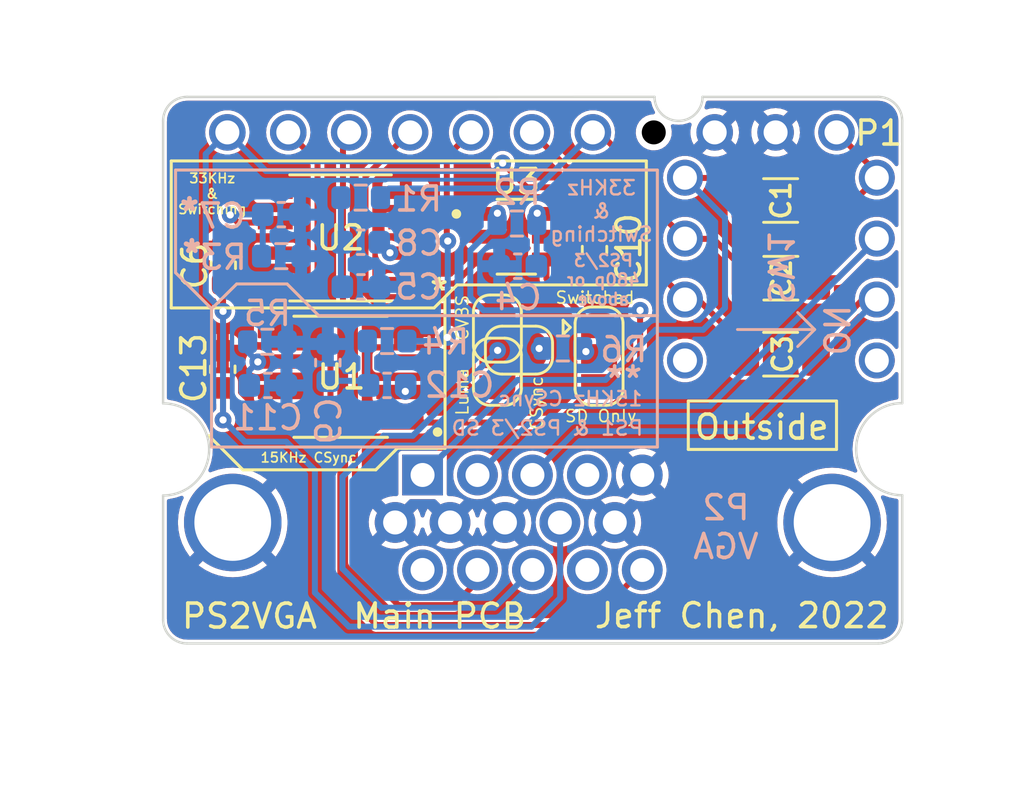
<source format=kicad_pcb>
(kicad_pcb (version 20211014) (generator pcbnew)
  (title_block (rev "1"))
  (layers (0 "F.Cu" signal "Front") (31 "B.Cu" signal "Back") (34 "B.Paste" user) (35 "F.Paste" user) (36 "B.SilkS" user "B.Silkscreen") (37 "F.SilkS" user "F.Silkscreen") (38 "B.Mask" user) (39 "F.Mask" user) (44 "Edge.Cuts" user))
  (net 0 "")
  (net 1 "Red")
  (net 2 "Red_Switched")
  (net 3 "Green")
  (net 4 "Green_Switched")
  (net 5 "Blue")
  (net 6 "Blue_Switched")
  (net 7 "15K_CSync")
  (net 8 "GND")
  (net 9 "Net-(C5-Pad1)")
  (net 10 "+5V")
  (net 11 "Net-(C7-Pad1)")
  (net 12 "Net-(C8-Pad2)")
  (net 13 "Net-(C12-Pad1)")
  (net 14 "Net-(C11-Pad1)")
  (net 15 "Net-(C12-Pad2)")
  (net 16 "Net-(JP1-Pad2)")
  (net 17 "Switched_CSync")
  (net 18 "Net-(JP2-Pad1)")
  (net 19 "Luma")
  (net 20 "CVBS")
  (net 21 "Audio_L_Decoupled")
  (net 22 "Audio_R_Decoupled")
  (net 25 "Selected_Sync")
  (net 27 "Net-(C4-Pad1)")
  (net 33 "33K_CSync")
  (footprint "Jumper:SolderJumper-3_P1.3mm_Open_RoundedPad1.0x1.5mm" (layer "F.Cu") (at 145.31 108.44 -90)
    (fp_text reference "JP1")
    (fp_text value "15KHz / Switched Sync" hide)
    (fp_line (start 1.4 1) (end -1.4 1) (layer "F.SilkS") (width 0.12))
    (fp_line (start -2.05 0.3) (end -2.05 -0.3) (layer "F.SilkS") (width 0.12))
    (fp_line (start -1.5 1.5) (end -0.9 1.5) (layer "F.SilkS") (width 0.12))
    (fp_line (start -1.4 -1) (end 1.4 -1) (layer "F.SilkS") (width 0.12))
    (fp_line (start -1.2 1.2) (end -0.9 1.5) (layer "F.SilkS") (width 0.12))
    (fp_line (start -1.2 1.2) (end -1.5 1.5) (layer "F.SilkS") (width 0.12))
    (fp_line (start 2.05 -0.3) (end 2.05 0.3) (layer "F.SilkS") (width 0.12))
    (fp_arc (start -1.35 1) (mid -1.844975 0.794975) (end -2.05 0.3) (layer "F.SilkS") (width 0.12))
    (fp_arc (start -2.05 -0.3) (mid -1.844975 -0.794975) (end -1.35 -1) (layer "F.SilkS") (width 0.12))
    (fp_arc (start 1.35 -1) (mid 1.844975 -0.794975) (end 2.05 -0.3) (layer "F.SilkS") (width 0.12))
    (fp_arc (start 2.05 0.3) (mid 1.844975 0.794975) (end 1.35 1) (layer "F.SilkS") (width 0.12))
    (pad "1" smd custom (at -1.3 0 270) (size 1 0.5) (layers "F.Cu" "F.Mask") (net 17 "Switched_CSync") (options (clearance outline) (anchor rect)) (primitives (gr_circle (center 0 0.25) (end 0.5 0.25) (width 0) (fill yes)) (gr_circle (center 0 -0.25) (end 0.5 -0.25) (width 0) (fill yes)) (gr_poly (pts (xy 0.55 0.75) (xy 0 0.75) (xy 0 -0.75) (xy 0.55 -0.75)) (width 0) (fill yes))))
    (pad "2" smd rect (at 0 0 270) (size 1 1.5) (layers "F.Cu" "F.Mask") (net 16 "Net-(JP1-Pad2)"))
    (pad "3" smd custom (at 1.3 0 270) (size 1 0.5) (layers "F.Cu" "F.Mask") (net 7 "15K_CSync") (options (clearance outline) (anchor rect)) (primitives (gr_circle (center 0 0.25) (end 0.5 0.25) (width 0) (fill yes)) (gr_circle (center 0 -0.25) (end 0.5 -0.25) (width 0) (fill yes)) (gr_poly (pts (xy 0 0.75) (xy -0.55 0.75) (xy -0.55 -0.75) (xy 0 -0.75)) (width 0) (fill yes))))
  )
  (footprint "Capacitor_SMD:C_0603_1608Metric" (layer "F.Cu") (at 145.12 104 -90)
    (fp_text reference "C10" (at -0.06 -1.43 90) (layer "F.SilkS"))
    (fp_text value "0.1uF")
    (fp_line (start -0.14058 0.51) (end 0.14058 0.51) (layer "F.SilkS") (width 0.12))
    (fp_line (start -0.14058 -0.51) (end 0.14058 -0.51) (layer "F.SilkS") (width 0.12))
    (pad "1" smd roundrect (at -0.775 0 270) (size 0.9 0.95) (layers "F.Cu" "F.Paste" "F.Mask") (net 10 "+5V"))
    (pad "2" smd roundrect (at 0.775 0 270) (size 0.9 0.95) (layers "F.Cu" "F.Paste" "F.Mask") (net 8 "GND"))
  )
  (footprint "PS2VGA:RD" (layer "F.Cu") (at 150.29 115.44)
    (fp_text reference "G***" hide)
    (fp_text value "LOGO" hide)
  )
  (footprint "Capacitor_SMD:C_1206_3216Metric" (layer "F.Cu") (at 152.89 105.19)
    (fp_text reference "C2" (at 0.03 0 90) (layer "F.SilkS") (effects (font (size 0.8 0.8))))
    (fp_text value "220uF")
    (fp_line (start -0.711252 0.91) (end 0.711252 0.91) (layer "F.SilkS") (width 0.12))
    (fp_line (start -0.711252 -0.91) (end 0.711252 -0.91) (layer "F.SilkS") (width 0.12))
    (pad "1" smd roundrect (at -1.475 0) (size 1.15 1.8) (layers "F.Cu" "F.Paste" "F.Mask") (roundrect_rratio 0.217391) (net 3 "Green"))
    (pad "2" smd roundrect (at 1.475 0) (size 1.15 1.8) (layers "F.Cu" "F.Paste" "F.Mask") (roundrect_rratio 0.217391) (net 4 "Green_Switched"))
  )
  (footprint "Jumper:SolderJumper-2_P1.3mm_Open_RoundedPad1.0x1.5mm" (layer "F.Cu") (at 141.07 109.09 90)
    (fp_text reference "JP3")
    (fp_text value "Luma")
    (fp_line (start 1.4 -0.3) (end 1.4 0.3) (layer "F.SilkS") (width 0.12))
    (fp_line (start 0.7 1) (end -0.7 1) (layer "F.SilkS") (width 0.12))
    (fp_line (start -0.7 -1) (end 0.7 -1) (layer "F.SilkS") (width 0.12))
    (fp_line (start -1.4 0.3) (end -1.4 -0.3) (layer "F.SilkS") (width 0.12))
    (fp_arc (start -0.7 1) (mid -1.194975 0.794975) (end -1.4 0.3) (layer "F.SilkS") (width 0.12))
    (fp_arc (start -1.4 -0.3) (mid -1.194975 -0.794975) (end -0.7 -1) (layer "F.SilkS") (width 0.12))
    (fp_arc (start 1.4 0.3) (mid 1.194975 0.794975) (end 0.7 1) (layer "F.SilkS") (width 0.12))
    (fp_arc (start 0.7 -1) (mid 1.194975 -0.794975) (end 1.4 -0.3) (layer "F.SilkS") (width 0.12))
    (pad "1" smd custom (at -0.65 0 90) (size 1 0.5) (layers "F.Cu" "F.Mask") (net 19 "Luma") (options (clearance outline) (anchor rect)) (primitives (gr_circle (center 0 0.25) (end 0.5 0.25) (width 0) (fill yes)) (gr_circle (center 0 -0.25) (end 0.5 -0.25) (width 0) (fill yes)) (gr_poly (pts (xy 0.5 0.75) (xy 0 0.75) (xy 0 -0.75) (xy 0.5 -0.75)) (width 0) (fill yes))))
    (pad "2" smd custom (at 0.65 0 90) (size 1 0.5) (layers "F.Cu" "F.Mask") (net 25 "Selected_Sync") (options (clearance outline) (anchor rect)) (primitives (gr_circle (center 0 0.25) (end 0.5 0.25) (width 0) (fill yes)) (gr_circle (center 0 -0.25) (end 0.5 -0.25) (width 0) (fill yes)) (gr_poly (pts (xy 0 0.75) (xy -0.5 0.75) (xy -0.5 -0.75) (xy 0 -0.75)) (width 0) (fill yes))))
  )
  (footprint "Capacitor_SMD:C_1206_3216Metric" (layer "F.Cu") (at 152.88 108.36)
    (fp_text reference "C3" (at 0.08 0 90) (layer "F.SilkS") (effects (font (size 0.8 0.8))))
    (fp_text value "220uF")
    (fp_line (start -0.711252 -0.91) (end 0.711252 -0.91) (layer "F.SilkS") (width 0.12))
    (fp_line (start -0.711252 0.91) (end 0.711252 0.91) (layer "F.SilkS") (width 0.12))
    (pad "1" smd roundrect (at -1.475 0) (size 1.15 1.8) (layers "F.Cu" "F.Paste" "F.Mask") (roundrect_rratio 0.217391) (net 5 "Blue"))
    (pad "2" smd roundrect (at 1.475 0) (size 1.15 1.8) (layers "F.Cu" "F.Paste" "F.Mask") (roundrect_rratio 0.217391) (net 6 "Blue_Switched"))
  )
  (footprint "Capacitor_SMD:C_0603_1608Metric" (layer "F.Cu") (at 129.62 108.99 90)
    (fp_text reference "C13" (at 0.05 -1.21 90) (layer "F.SilkS"))
    (fp_text value "0.1uF")
    (fp_line (start -0.14058 -0.51) (end 0.14058 -0.51) (layer "F.SilkS") (width 0.12))
    (fp_line (start -0.14058 0.51) (end 0.14058 0.51) (layer "F.SilkS") (width 0.12))
    (pad "1" smd roundrect (at -0.775 0 90) (size 0.9 0.95) (layers "F.Cu" "F.Paste" "F.Mask") (net 10 "+5V"))
    (pad "2" smd roundrect (at 0.775 0 90) (size 0.9 0.95) (layers "F.Cu" "F.Paste" "F.Mask") (net 8 "GND"))
  )
  (footprint "Jumper:SolderJumper-2_P1.3mm_Open_RoundedPad1.0x1.5mm" (layer "F.Cu") (at 141.97 108.19 180)
    (fp_text reference "JP2")
    (fp_text value "CSync")
    (fp_line (start 1.4 -0.3) (end 1.4 0.3) (layer "F.SilkS") (width 0.12))
    (fp_line (start -0.7 -1) (end 0.7 -1) (layer "F.SilkS") (width 0.12))
    (fp_line (start -1.4 0.3) (end -1.4 -0.3) (layer "F.SilkS") (width 0.12))
    (fp_line (start 0.7 1) (end -0.7 1) (layer "F.SilkS") (width 0.12))
    (fp_arc (start -1.4 -0.3) (mid -1.194975 -0.794975) (end -0.7 -1) (layer "F.SilkS") (width 0.12))
    (fp_arc (start -0.7 1) (mid -1.194975 0.794975) (end -1.4 0.3) (layer "F.SilkS") (width 0.12))
    (fp_arc (start 0.7 -1) (mid 1.194975 -0.794975) (end 1.4 -0.3) (layer "F.SilkS") (width 0.12))
    (fp_arc (start 1.4 0.3) (mid 1.194975 0.794975) (end 0.7 1) (layer "F.SilkS") (width 0.12))
    (pad "1" smd custom (at -0.65 0 180) (size 1 0.5) (layers "F.Cu" "F.Mask") (net 18 "Net-(JP2-Pad1)") (options (clearance outline) (anchor rect)) (primitives (gr_circle (center 0 0.25) (end 0.5 0.25) (width 0) (fill yes)) (gr_circle (center 0 -0.25) (end 0.5 -0.25) (width 0) (fill yes)) (gr_poly (pts (xy 0.5 0.75) (xy 0 0.75) (xy 0 -0.75) (xy 0.5 -0.75)) (width 0) (fill yes))))
    (pad "2" smd custom (at 0.65 0 180) (size 1 0.5) (layers "F.Cu" "F.Mask") (net 25 "Selected_Sync") (options (clearance outline) (anchor rect)) (primitives (gr_circle (center 0 0.25) (end 0.5 0.25) (width 0) (fill yes)) (gr_circle (center 0 -0.25) (end 0.5 -0.25) (width 0) (fill yes)) (gr_poly (pts (xy 0 0.75) (xy -0.5 0.75) (xy -0.5 -0.75) (xy 0 -0.75)) (width 0) (fill yes))))
  )
  (footprint "Capacitor_SMD:C_1206_3216Metric" (layer "F.Cu") (at 152.88 101.95)
    (fp_text reference "C1" (at 0.02 0 90) (layer "F.SilkS") (effects (font (size 0.8 0.8))))
    (fp_text value "220uF")
    (fp_line (start -0.711252 0.91) (end 0.711252 0.91) (layer "F.SilkS") (width 0.12))
    (fp_line (start -0.711252 -0.91) (end 0.711252 -0.91) (layer "F.SilkS") (width 0.12))
    (pad "1" smd roundrect (at -1.475 0) (size 1.15 1.8) (layers "F.Cu" "F.Paste" "F.Mask") (roundrect_rratio 0.217391) (net 2 "Red_Switched"))
    (pad "2" smd roundrect (at 1.475 0) (size 1.15 1.8) (layers "F.Cu" "F.Paste" "F.Mask") (roundrect_rratio 0.217391) (net 1 "Red"))
  )
  (footprint "PS2VGA:SN74LVC1G3157DBVR" (layer "F.Cu") (at 141.86 103.46)
    (fp_text reference "U3" (at -0.01 -2.3) (layer "F.SilkS"))
    (fp_text value "SN74LVC1G3157DBVR")
    (fp_line (start -0.8 1.56) (end 0.8 1.56) (layer "F.SilkS") (width 0.127))
    (fp_line (start 0.8 -1.56) (end -0.8 -1.56) (layer "F.SilkS") (width 0.127))
    (fp_circle (center -2.5 -0.95) (end -2.4 -0.95) (layer "F.SilkS") (width 0.2) (fill none))
    (pad "1" smd roundrect (at -1.255 -0.95) (size 1.21 0.58) (layers "F.Cu" "F.Paste" "F.Mask") (roundrect_rratio 0.07) (net 7 "15K_CSync"))
    (pad "2" smd roundrect (at -1.255 0) (size 1.21 0.58) (layers "F.Cu" "F.Paste" "F.Mask") (roundrect_rratio 0.07) (net 8 "GND"))
    (pad "3" smd roundrect (at -1.255 0.95) (size 1.21 0.58) (layers "F.Cu" "F.Paste" "F.Mask") (roundrect_rratio 0.07) (net 33 "33K_CSync"))
    (pad "4" smd roundrect (at 1.255 0.95) (size 1.21 0.58) (layers "F.Cu" "F.Paste" "F.Mask") (roundrect_rratio 0.07) (net 17 "Switched_CSync"))
    (pad "5" smd roundrect (at 1.255 0) (size 1.21 0.58) (layers "F.Cu" "F.Paste" "F.Mask") (roundrect_rratio 0.07) (net 10 "+5V"))
    (pad "6" smd roundrect (at 1.255 -0.95) (size 1.21 0.58) (layers "F.Cu" "F.Paste" "F.Mask") (roundrect_rratio 0.07) (net 27 "Net-(C4-Pad1)"))
  )
  (footprint "Capacitor_SMD:C_0603_1608Metric" (layer "F.Cu") (at 129.64 104.65 90)
    (fp_text reference "C6" (at -0.03 -1.19 90) (layer "F.SilkS"))
    (fp_text value "0.1uF")
    (fp_line (start -0.14058 0.51) (end 0.14058 0.51) (layer "F.SilkS") (width 0.12))
    (fp_line (start -0.14058 -0.51) (end 0.14058 -0.51) (layer "F.SilkS") (width 0.12))
    (pad "1" smd roundrect (at -0.775 0 90) (size 0.9 0.95) (layers "F.Cu" "F.Paste" "F.Mask") (net 10 "+5V"))
    (pad "2" smd roundrect (at 0.775 0 90) (size 0.9 0.95) (layers "F.Cu" "F.Paste" "F.Mask") (net 8 "GND"))
  )
  (footprint "PS2VGA:LM1881" (layer "F.Cu") (at 134.535 109.3 180)
    (fp_text reference locked "U1" (at -0.03 -0.01) (layer "F.SilkS"))
    (fp_text value "LM1881M")
    (fp_line (start -1.95 -2.525) (end 1.95 -2.525) (layer "F.SilkS") (width 0.127))
    (fp_line (start -1.95 2.525) (end 1.95 2.525) (layer "F.SilkS") (width 0.127))
    (fp_circle (center -4.04 -2.305) (end -3.94 -2.305) (layer "F.SilkS") (width 0.2) (fill none))
    (pad "1" smd roundrect (at -2.47 -1.905 180) (size 1.97 0.6) (layers "F.Cu" "F.Paste" "F.Mask") (roundrect_rratio 0.07) (net 7 "15K_CSync"))
    (pad "2" smd roundrect (at -2.47 -0.635 180) (size 1.97 0.6) (layers "F.Cu" "F.Paste" "F.Mask") (roundrect_rratio 0.07) (net 15 "Net-(C12-Pad2)"))
    (pad "3" smd roundrect (at -2.47 0.635 180) (size 1.97 0.6) (layers "F.Cu" "F.Paste" "F.Mask") (roundrect_rratio 0.07))
    (pad "4" smd roundrect (at -2.47 1.905 180) (size 1.97 0.6) (layers "F.Cu" "F.Paste" "F.Mask") (roundrect_rratio 0.07) (net 8 "GND"))
    (pad "5" smd roundrect (at 2.47 1.905 180) (size 1.97 0.6) (layers "F.Cu" "F.Paste" "F.Mask") (roundrect_rratio 0.07))
    (pad "6" smd roundrect (at 2.47 0.635 180) (size 1.97 0.6) (layers "F.Cu" "F.Paste" "F.Mask") (roundrect_rratio 0.07) (net 14 "Net-(C11-Pad1)"))
    (pad "7" smd roundrect (at 2.47 -0.635 180) (size 1.97 0.6) (layers "F.Cu" "F.Paste" "F.Mask") (roundrect_rratio 0.07))
    (pad "8" smd roundrect (at 2.47 -1.905 180) (size 1.97 0.6) (layers "F.Cu" "F.Paste" "F.Mask") (roundrect_rratio 0.07) (net 10 "+5V"))
  )
  (footprint "Jumper:SolderJumper-2_P1.3mm_Open_RoundedPad1.0x1.5mm" (layer "F.Cu") (at 141.07 107.29 -90)
    (fp_text reference "JP4")
    (fp_text value "CVBS")
    (fp_line (start 0.7 1) (end -0.7 1) (layer "F.SilkS") (width 0.12))
    (fp_line (start 1.4 -0.3) (end 1.4 0.3) (layer "F.SilkS") (width 0.12))
    (fp_line (start -1.4 0.3) (end -1.4 -0.3) (layer "F.SilkS") (width 0.12))
    (fp_line (start -0.7 -1) (end 0.7 -1) (layer "F.SilkS") (width 0.12))
    (fp_arc (start 1.4 0.3) (mid 1.194975 0.794975) (end 0.7 1) (layer "F.SilkS") (width 0.12))
    (fp_arc (start -0.7 1) (mid -1.194975 0.794975) (end -1.4 0.3) (layer "F.SilkS") (width 0.12))
    (fp_arc (start 0.7 -1) (mid 1.194975 -0.794975) (end 1.4 -0.3) (layer "F.SilkS") (width 0.12))
    (fp_arc (start -1.4 -0.3) (mid -1.194975 -0.794975) (end -0.7 -1) (layer "F.SilkS") (width 0.12))
    (pad "1" smd custom (at -0.65 0 270) (size 1 0.5) (layers "F.Cu" "F.Mask") (net 20 "CVBS") (options (clearance outline) (anchor rect)) (primitives (gr_circle (center 0 0.25) (end 0.5 0.25) (width 0) (fill yes)) (gr_circle (center 0 -0.25) (end 0.5 -0.25) (width 0) (fill yes)) (gr_poly (pts (xy 0.5 0.75) (xy 0 0.75) (xy 0 -0.75) (xy 0.5 -0.75)) (width 0) (fill yes))))
    (pad "2" smd custom (at 0.65 0 270) (size 1 0.5) (layers "F.Cu" "F.Mask") (net 25 "Selected_Sync") (options (clearance outline) (anchor rect)) (primitives (gr_circle (center 0 0.25) (end 0.5 0.25) (width 0) (fill yes)) (gr_circle (center 0 -0.25) (end 0.5 -0.25) (width 0) (fill yes)) (gr_poly (pts (xy 0 0.75) (xy -0.5 0.75) (xy -0.5 -0.75) (xy 0 -0.75)) (width 0) (fill yes))))
  )
  (footprint "PS2VGA:ISL59885ISZ-ND" (layer "F.Cu") (at 134.53 103.51 180)
    (fp_text reference "U2" (at 0 0) (layer "F.SilkS"))
    (fp_text value "ISL59885ISZ or 2nd LM1881" hide)
    (fp_text user "*" (at -4.11 -2.24 180) (layer "F.SilkS"))
    (fp_line (start -2.1209 2.6289) (end 2.1209 2.6289) (layer "F.SilkS") (width 0.12))
    (fp_line (start 2.1209 -2.6289) (end -2.1209 -2.6289) (layer "F.SilkS") (width 0.12))
    (pad "1" smd rect (at -2.721348 -1.905 180) (size 1.454899 0.558) (layers "F.Cu" "F.Paste" "F.Mask") (net 33 "33K_CSync"))
    (pad "2" smd rect (at -2.721348 -0.635 180) (size 1.454899 0.558) (layers "F.Cu" "F.Paste" "F.Mask") (net 12 "Net-(C8-Pad2)"))
    (pad "3" smd rect (at -2.721348 0.635 180) (size 1.454899 0.558) (layers "F.Cu" "F.Paste" "F.Mask"))
    (pad "4" smd rect (at -2.721348 1.905 180) (size 1.454899 0.558) (layers "F.Cu" "F.Paste" "F.Mask") (net 8 "GND"))
    (pad "5" smd rect (at 2.721348 1.905 180) (size 1.454899 0.558) (layers "F.Cu" "F.Paste" "F.Mask"))
    (pad "6" smd rect (at 2.721348 0.635 180) (size 1.454899 0.558) (layers "F.Cu" "F.Paste" "F.Mask") (net 11 "Net-(C7-Pad1)"))
    (pad "7" smd rect (at 2.721348 -0.635 180) (size 1.454899 0.558) (layers "F.Cu" "F.Paste" "F.Mask"))
    (pad "8" smd rect (at 2.721348 -1.905 180) (size 1.454899 0.558) (layers "F.Cu" "F.Paste" "F.Mask") (net 10 "+5V"))
  )
  (footprint "PS2VGA:Interconnection" (layer "F.Cu") (at 155.21 99.11 180)
    (fp_text reference "P1" (at -1.76 -0.03 unlocked) (layer "F.SilkS"))
    (fp_text value "Interconnection")
    (pad "" np_thru_hole circle locked (at 7.62 0 180) (size 1.2 1.2) (drill 1) (layers *.Mask))
    (pad "1" thru_hole circle locked (at 0 0 180) (size 1.524 1.524) (drill 1) (layers *.Cu *.Mask) (net 1 "Red"))
    (pad "2" thru_hole circle locked (at 10.16 0 180) (size 1.524 1.524) (drill 1) (layers *.Cu *.Mask) (net 3 "Green"))
    (pad "3" thru_hole circle locked (at 12.7 0 180) (size 1.524 1.524) (drill 1) (layers *.Cu *.Mask) (net 5 "Blue"))
    (pad "4" thru_hole circle locked (at 15.24 0 180) (size 1.524 1.524) (drill 1) (layers *.Cu *.Mask) (net 19 "Luma"))
    (pad "5" thru_hole circle locked (at 17.78 0 180) (size 1.524 1.524) (drill 1) (layers *.Cu *.Mask) (net 20 "CVBS"))
    (pad "6" thru_hole circle locked (at 20.32 0 180) (size 1.524 1.524) (drill 1) (layers *.Cu *.Mask) (net 21 "Audio_L_Decoupled"))
    (pad "7" thru_hole circle locked (at 22.86 0 180) (size 1.524 1.524) (drill 1) (layers *.Cu *.Mask) (net 22 "Audio_R_Decoupled"))
    (pad "8" thru_hole circle locked (at 25.4 0 180) (size 1.524 1.524) (drill 1) (layers *.Cu *.Mask) (net 10 "+5V"))
    (pad "9" thru_hole circle locked (at 2.54 0 180) (size 1.524 1.524) (drill 1) (layers *.Cu *.Mask) (net 8 "GND"))
    (pad "10" thru_hole circle locked (at 5.08 0 180) (size 1.524 1.524) (drill 1) (layers *.Cu *.Mask) (net 8 "GND"))
  )
  (footprint "PS2VGA:Main_PCB_Outline" (layer "F.Cu") (at 142.525 109.025)
    (fp_text reference "G***" hide)
    (fp_text value "LOGO" hide)
  )
  (footprint "Resistor_SMD:R_0603_1608Metric" (layer "B.Cu") (at 135.37 101.83 180)
    (fp_text reference "R1" (at -2.41 -0.06) (layer "B.SilkS") (effects (justify mirror)))
    (fp_text value "100")
    (fp_line (start -0.237258 -0.5225) (end 0.237258 -0.5225) (layer "B.SilkS") (width 0.12))
    (fp_line (start -0.237258 0.5225) (end 0.237258 0.5225) (layer "B.SilkS") (width 0.12))
    (pad "1" smd roundrect (at -0.825 0 180) (size 0.8 0.95) (layers "B.Cu" "B.Paste" "B.Mask") (net 3 "Green"))
    (pad "2" smd roundrect (at 0.825 0 180) (size 0.8 0.95) (layers "B.Cu" "B.Paste" "B.Mask") (net 9 "Net-(C5-Pad1)"))
  )
  (footprint "Capacitor_SMD:C_0603_1608Metric" (layer "B.Cu") (at 135.38 105.55)
    (fp_text reference "C5" (at 2.41 0.01) (layer "B.SilkS") (effects (justify mirror)))
    (fp_text value "100pF")
    (fp_line (start -0.14058 -0.51) (end 0.14058 -0.51) (layer "B.SilkS") (width 0.12))
    (fp_line (start -0.14058 0.51) (end 0.14058 0.51) (layer "B.SilkS") (width 0.12))
    (pad "1" smd roundrect (at -0.775 0) (size 0.9 0.95) (layers "B.Cu" "B.Paste" "B.Mask") (net 9 "Net-(C5-Pad1)"))
    (pad "2" smd roundrect (at 0.775 0) (size 0.9 0.95) (layers "B.Cu" "B.Paste" "B.Mask") (net 8 "GND"))
  )
  (footprint "Capacitor_SMD:C_0603_1608Metric" (layer "B.Cu") (at 135.37 103.69)
    (fp_text reference "C8" (at 2.44 0.04) (layer "B.SilkS") (effects (justify mirror)))
    (fp_text value "0.1uF")
    (fp_line (start -0.14058 0.51) (end 0.14058 0.51) (layer "B.SilkS") (width 0.12))
    (fp_line (start -0.14058 -0.51) (end 0.14058 -0.51) (layer "B.SilkS") (width 0.12))
    (pad "1" smd roundrect (at -0.775 0) (size 0.9 0.95) (layers "B.Cu" "B.Paste" "B.Mask") (net 9 "Net-(C5-Pad1)"))
    (pad "2" smd roundrect (at 0.775 0) (size 0.9 0.95) (layers "B.Cu" "B.Paste" "B.Mask") (net 12 "Net-(C8-Pad2)"))
  )
  (footprint "Resistor_SMD:R_0603_1608Metric" (layer "B.Cu") (at 132.06 104.27 180)
    (fp_text reference "R3" (at 2.42 -0.05) (layer "B.SilkS") (effects (justify mirror)))
    (fp_text value "680K for 2nd LM1881")
    (fp_line (start -0.237258 -0.5225) (end 0.237258 -0.5225) (layer "B.SilkS") (width 0.12))
    (fp_line (start -0.237258 0.5225) (end 0.237258 0.5225) (layer "B.SilkS") (width 0.12))
    (pad "1" smd roundrect (at -0.825 0 180) (size 0.8 0.95) (layers "B.Cu" "B.Paste" "B.Mask") (net 8 "GND"))
    (pad "2" smd roundrect (at 0.825 0 180) (size 0.8 0.95) (layers "B.Cu" "B.Paste" "B.Mask") (net 11 "Net-(C7-Pad1)"))
  )
  (footprint "Resistor_SMD:R_0603_1608Metric" (layer "B.Cu") (at 131.48 107.84 180)
    (fp_text reference "R5" (at 0 1.18) (layer "B.SilkS") (effects (justify mirror)))
    (fp_text value "680K")
    (fp_line (start -0.237258 -0.5225) (end 0.237258 -0.5225) (layer "B.SilkS") (width 0.12))
    (fp_line (start -0.237258 0.5225) (end 0.237258 0.5225) (layer "B.SilkS") (width 0.12))
    (pad "1" smd roundrect (at -0.825 0 180) (size 0.8 0.95) (layers "B.Cu" "B.Paste" "B.Mask") (net 8 "GND"))
    (pad "2" smd roundrect (at 0.825 0 180) (size 0.8 0.95) (layers "B.Cu" "B.Paste" "B.Mask") (net 14 "Net-(C11-Pad1)"))
  )
  (footprint "Capacitor_SMD:C_0603_1608Metric" (layer "B.Cu") (at 131.5 109.66)
    (fp_text reference "C11" (at 0 1.35) (layer "B.SilkS") (effects (justify mirror)))
    (fp_text value "0.1uF")
    (fp_line (start -0.14058 -0.51) (end 0.14058 -0.51) (layer "B.SilkS") (width 0.12))
    (fp_line (start -0.14058 0.51) (end 0.14058 0.51) (layer "B.SilkS") (width 0.12))
    (pad "1" smd roundrect (at -0.775 0) (size 0.9 0.95) (layers "B.Cu" "B.Paste" "B.Mask") (net 14 "Net-(C11-Pad1)"))
    (pad "2" smd roundrect (at 0.775 0) (size 0.9 0.95) (layers "B.Cu" "B.Paste" "B.Mask") (net 8 "GND"))
  )
  (footprint "Capacitor_SMD:C_0603_1608Metric" (layer "B.Cu") (at 132.06 102.54)
    (fp_text reference "C7" (at -2.46 0.06) (layer "B.SilkS") (effects (justify mirror)))
    (fp_text value "56nF (0.1uF for 2nd LM1881)")
    (fp_line (start -0.14058 0.51) (end 0.14058 0.51) (layer "B.SilkS") (width 0.12))
    (fp_line (start -0.14058 -0.51) (end 0.14058 -0.51) (layer "B.SilkS") (width 0.12))
    (pad "1" smd roundrect (at -0.775 0) (size 0.9 0.95) (layers "B.Cu" "B.Paste" "B.Mask") (net 11 "Net-(C7-Pad1)"))
    (pad "2" smd roundrect (at 0.775 0) (size 0.9 0.95) (layers "B.Cu" "B.Paste" "B.Mask") (net 8 "GND"))
  )
  (footprint "Capacitor_SMD:C_0603_1608Metric" (layer "B.Cu") (at 141.92 104.69 180)
    (fp_text reference "C4" (at -0.02 -1.31) (layer "B.SilkS") (effects (justify mirror)))
    (fp_text value "0.1uF")
    (fp_line (start -0.14058 -0.51) (end 0.14058 -0.51) (layer "B.SilkS") (width 0.12))
    (fp_line (start -0.14058 0.51) (end 0.14058 0.51) (layer "B.SilkS") (width 0.12))
    (pad "1" smd roundrect (at -0.775 0 180) (size 0.9 0.95) (layers "B.Cu" "B.Paste" "B.Mask") (net 27 "Net-(C4-Pad1)"))
    (pad "2" smd roundrect (at 0.775 0 180) (size 0.9 0.95) (layers "B.Cu" "B.Paste" "B.Mask") (net 8 "GND"))
  )
  (footprint "Resistor_SMD:R_0603_1608Metric" (layer "B.Cu") (at 136.47 107.81 180)
    (fp_text reference "R4" (at -2.44 -0.04) (layer "B.SilkS") (effects (justify mirror)))
    (fp_text value "620")
    (fp_line (start -0.237258 -0.5225) (end 0.237258 -0.5225) (layer "B.SilkS") (width 0.12))
    (fp_line (start -0.237258 0.5225) (end 0.237258 0.5225) (layer "B.SilkS") (width 0.12))
    (pad "1" smd roundrect (at -0.825 0 180) (size 0.8 0.95) (layers "B.Cu" "B.Paste" "B.Mask") (net 19 "Luma"))
    (pad "2" smd roundrect (at 0.825 0 180) (size 0.8 0.95) (layers "B.Cu" "B.Paste" "B.Mask") (net 13 "Net-(C12-Pad1)"))
  )
  (footprint "Resistor_SMD:R_0603_1608Metric" (layer "B.Cu") (at 143.8 108.12 180)
    (fp_text reference "R6" (at -2.54 -0.05) (layer "B.SilkS") (effects (justify mirror)))
    (fp_text value "1K")
    (fp_line (start -0.237258 -0.5225) (end 0.237258 -0.5225) (layer "B.SilkS") (width 0.12))
    (fp_line (start -0.237258 0.5225) (end 0.237258 0.5225) (layer "B.SilkS") (width 0.12))
    (pad "1" smd roundrect (at -0.825 0 180) (size 0.8 0.95) (layers "B.Cu" "B.Paste" "B.Mask") (net 16 "Net-(JP1-Pad2)"))
    (pad "2" smd roundrect (at 0.825 0 180) (size 0.8 0.95) (layers "B.Cu" "B.Paste" "B.Mask") (net 18 "Net-(JP2-Pad1)"))
  )
  (footprint "Resistor_SMD:R_0603_1608Metric" (layer "B.Cu") (at 141.885 102.91)
    (fp_text reference "R2" (at 0.015 -1.3) (layer "B.SilkS") (effects (justify mirror)))
    (fp_text value "10K")
    (fp_line (start -0.237258 0.5225) (end 0.237258 0.5225) (layer "B.SilkS") (width 0.12))
    (fp_line (start -0.237258 -0.5225) (end 0.237258 -0.5225) (layer "B.SilkS") (width 0.12))
    (pad "1" smd roundrect (at -0.825 0) (size 0.8 0.95) (layers "B.Cu" "B.Paste" "B.Mask") (net 7 "15K_CSync"))
    (pad "2" smd roundrect (at 0.825 0) (size 0.8 0.95) (layers "B.Cu" "B.Paste" "B.Mask") (net 27 "Net-(C4-Pad1)"))
  )
  (footprint "PS2VGA:VGA_female_rightangle_slim" (layer "B.Cu") (at 155.025 115.375 180)
    (fp_text reference "P2" (at 4.425 0.615) (layer "B.SilkS") (effects (justify mirror)))
    (fp_text value "VGA")
    (pad "1" thru_hole rect locked (at 17.075 1.98) (size 1.7 1.7) (drill 1) (layers *.Cu *.Mask) (net 2 "Red_Switched"))
    (pad "2" thru_hole circle locked (at 14.785 1.98) (size 1.7 1.7) (drill 1) (layers *.Cu *.Mask) (net 4 "Green_Switched"))
    (pad "3" thru_hole circle locked (at 12.495 1.98) (size 1.7 1.7) (drill 1) (layers *.Cu *.Mask) (net 6 "Blue_Switched"))
    (pad "4" thru_hole circle locked (at 10.205 1.98) (size 1.7 1.7) (drill 1) (layers *.Cu *.Mask))
    (pad "5" thru_hole circle locked (at 7.915 1.98) (size 1.7 1.7) (drill 1) (layers *.Cu *.Mask) (net 8 "GND"))
    (pad "6" thru_hole circle locked (at 18.22 0) (size 1.7 1.7) (drill 1) (layers *.Cu *.Mask) (net 8 "GND"))
    (pad "7" thru_hole circle locked (at 15.93 0) (size 1.7 1.7) (drill 1) (layers *.Cu *.Mask) (net 8 "GND"))
    (pad "8" thru_hole circle locked (at 13.64 0) (size 1.7 1.7) (drill 1) (layers *.Cu *.Mask) (net 8 "GND"))
    (pad "9" thru_hole circle locked (at 11.35 0) (size 1.7 1.7) (drill 1) (layers *.Cu *.Mask) (net 10 "+5V"))
    (pad "10" thru_hole circle locked (at 9.06 0) (size 1.7 1.7) (drill 1) (layers *.Cu *.Mask) (net 8 "GND"))
    (pad "11" thru_hole circle locked (at 17.075 -1.98) (size 1.7 1.7) (drill 1) (layers *.Cu *.Mask))
    (pad "12" thru_hole circle locked (at 14.785 -1.98) (size 1.7 1.7) (drill 1) (layers *.Cu *.Mask) (net 21 "Audio_L_Decoupled"))
    (pad "13" thru_hole circle locked (at 12.495 -1.98) (size 1.7 1.7) (drill 1) (layers *.Cu *.Mask) (net 25 "Selected_Sync"))
    (pad "14" thru_hole circle locked (at 10.205 -1.98) (size 1.7 1.7) (drill 1) (layers *.Cu *.Mask))
    (pad "15" thru_hole circle locked (at 7.915 -1.98) (size 1.7 1.7) (drill 1) (layers *.Cu *.Mask) (net 22 "Audio_R_Decoupled"))
    (pad "S1" thru_hole circle locked (at 0 0 180) (size 4.066 4.066) (drill 3.2) (layers *.Cu *.Mask) (net 8 "GND"))
    (pad "S2" thru_hole circle locked (at 24.99 0 180) (size 4.066 4.066) (drill 3.2) (layers *.Cu *.Mask) (net 8 "GND"))
  )
  (footprint "Capacitor_SMD:C_0603_1608Metric" (layer "B.Cu") (at 134 108.71 90)
    (fp_text reference "C9" (at -2.43 0.04 90) (layer "B.SilkS") (effects (justify mirror)))
    (fp_text value "510pF")
    (fp_line (start -0.14058 -0.51) (end 0.14058 -0.51) (layer "B.SilkS") (width 0.12))
    (fp_line (start -0.14058 0.51) (end 0.14058 0.51) (layer "B.SilkS") (width 0.12))
    (pad "1" smd roundrect (at -0.775 0 90) (size 0.9 0.95) (layers "B.Cu" "B.Paste" "B.Mask") (net 13 "Net-(C12-Pad1)"))
    (pad "2" smd roundrect (at 0.775 0 90) (size 0.9 0.95) (layers "B.Cu" "B.Paste" "B.Mask") (net 8 "GND"))
  )
  (footprint "PS2VGA:4PST Switch" (layer "B.Cu") (at 156.89 108.62 90)
    (fp_text reference "SW1" (at 3.89 -4.03 270 unlocked) (layer "B.SilkS") (effects (justify mirror)))
    (fp_text value "4PST_Switch")
    (fp_text user "ON" (at 1.26 -1.71 270 unlocked) (layer "B.SilkS") (effects (justify mirror)))
    (fp_line (start 1.29 -5.81) (end 1.29 -2.59) (layer "B.SilkS") (width 0.12))
    (fp_line (start 1.29 -2.59) (end 2 -3.3) (layer "B.SilkS") (width 0.12))
    (fp_line (start 1.29 -2.59) (end 0.58 -3.3) (layer "B.SilkS") (width 0.12))
    (pad "1" thru_hole circle (at 0 0) (size 1.5 1.5) (drill 1) (layers *.Cu *.Mask))
    (pad "2" thru_hole circle (at 2.54 0) (size 1.5 1.5) (drill 1) (layers *.Cu *.Mask) (net 6 "Blue_Switched"))
    (pad "3" thru_hole circle (at 5.08 0) (size 1.5 1.5) (drill 1) (layers *.Cu *.Mask) (net 4 "Green_Switched"))
    (pad "4" thru_hole circle (at 7.62 0) (size 1.5 1.5) (drill 1) (layers *.Cu *.Mask) (net 1 "Red"))
    (pad "5" thru_hole circle (at 0 -8) (size 1.5 1.5) (drill 1) (layers *.Cu *.Mask))
    (pad "6" thru_hole circle (at 2.54 -8) (size 1.5 1.5) (drill 1) (layers *.Cu *.Mask) (net 5 "Blue"))
    (pad "7" thru_hole circle (at 5.08 -8) (size 1.5 1.5) (drill 1) (layers *.Cu *.Mask) (net 3 "Green"))
    (pad "8" thru_hole circle (at 7.62 -8) (size 1.5 1.5) (drill 1) (layers *.Cu *.Mask) (net 2 "Red_Switched"))
  )
  (footprint "Capacitor_SMD:C_0603_1608Metric" (layer "B.Cu") (at 136.47 109.66)
    (fp_text reference "C12" (at 3.02 -0.01) (layer "B.SilkS") (effects (justify mirror)))
    (fp_text value "0.1uF")
    (fp_line (start -0.14058 -0.51) (end 0.14058 -0.51) (layer "B.SilkS") (width 0.12))
    (fp_line (start -0.14058 0.51) (end 0.14058 0.51) (layer "B.SilkS") (width 0.12))
    (pad "1" smd roundrect (at -0.775 0) (size 0.9 0.95) (layers "B.Cu" "B.Paste" "B.Mask") (net 13 "Net-(C12-Pad1)"))
    (pad "2" smd roundrect (at 0.775 0) (size 0.9 0.95) (layers "B.Cu" "B.Paste" "B.Mask") (net 15 "Net-(C12-Pad2)"))
  )
  (gr_line (start 129.15 112.23) (end 129.15 106.47) (layer "B.SilkS") (width 0.127))
  (gr_line (start 147.74 106.75) (end 133.62 106.75) (layer "B.SilkS") (width 0.127))
  (gr_line (start 129.16 106.47) (end 127.65 104.96) (layer "B.SilkS") (width 0.127))
  (gr_line (start 147.74 106.75) (end 147.74 112.23) (layer "B.SilkS") (width 0.127))
  (gr_line (start 147.74 112.23) (end 129.15 112.23) (layer "B.SilkS") (width 0.127))
  (gr_line (start 133.62 106.75) (end 132.3 105.43) (layer "B.SilkS") (width 0.127))
  (gr_line (start 132.3 105.43) (end 130.2 105.43) (layer "B.SilkS") (width 0.127))
  (gr_line (start 147.74 100.68) (end 127.65 100.68) (layer "B.SilkS") (width 0.127))
  (gr_line (start 129.15 106.47) (end 130.2 105.43) (layer "B.SilkS") (width 0.127))
  (gr_line (start 127.65 104.96) (end 127.65 100.68) (layer "B.SilkS") (width 0.127))
  (gr_line (start 147.74 100.68) (end 147.74 106.75) (layer "B.SilkS") (width 0.127))
  (gr_line (start 147.28 100.3) (end 147.28 105.47) (layer "F.SilkS") (width 0.127))
  (gr_line (start 136 113.18) (end 130.46 113.18) (layer "F.SilkS") (width 0.127))
  (gr_line (start 149.03 110.31) (end 155.21 110.31) (layer "F.SilkS") (width 0.127))
  (gr_line (start 127.47 100.3) (end 147.28 100.3) (layer "F.SilkS") (width 0.127))
  (gr_line (start 127.47 106.43) (end 127.47 100.3) (layer "F.SilkS") (width 0.127))
  (gr_line (start 130.46 113.18) (end 129.04 111.76) (layer "F.SilkS") (width 0.127))
  (gr_line (start 155.21 110.31) (end 155.21 112.33) (layer "F.SilkS") (width 0.127))
  (gr_line (start 147.28 105.47) (end 139.39 105.47) (layer "F.SilkS") (width 0.127))
  (gr_line (start 138.43 106.43) (end 127.47 106.43) (layer "F.SilkS") (width 0.127))
  (gr_line (start 149.03 112.33) (end 149.03 110.31) (layer "F.SilkS") (width 0.127))
  (gr_line (start 139.39 105.47) (end 138.43 106.43) (layer "F.SilkS") (width 0.127))
  (gr_line (start 138.89 112.28) (end 136.9 112.28) (layer "F.SilkS") (width 0.127))
  (gr_line (start 136.9 112.28) (end 136 113.18) (layer "F.SilkS") (width 0.127))
  (gr_line (start 155.21 112.33) (end 149.03 112.33) (layer "F.SilkS") (width 0.127))
  (gr_line (start 138.88 105.98) (end 138.89 112.28) (layer "F.SilkS") (width 0.127))
  (gr_arc (start 157.95 119.42) (mid 157.657107 120.127107) (end 156.95 120.42) (layer "Edge.Cuts") (width 0.1))
  (gr_arc (start 149.623482 97.63) (mid 148.622808 98.63) (end 147.622584 97.629551) (layer "Edge.Cuts") (width 0.1))
  (gr_line (start 128.13 120.42) (end 156.95 120.42) (layer "Edge.Cuts") (width 0.1))
  (gr_line (start 157.95 98.63) (end 157.95 110.4) (layer "Edge.Cuts") (width 0.1))
  (gr_arc (start 127.13 110.41) (mid 129.040121 112.33) (end 127.13 114.25) (layer "Edge.Cuts") (width 0.1))
  (gr_arc (start 157.95 114.24) (mid 156.039897 112.32) (end 157.95 110.4) (layer "Edge.Cuts") (width 0.1))
  (gr_arc (start 128.13 120.42) (mid 127.422893 120.127107) (end 127.13 119.42) (layer "Edge.Cuts") (width 0.1))
  (gr_line (start 149.623482 97.63) (end 156.95 97.63) (layer "Edge.Cuts") (width 0.1))
  (gr_line (start 127.13 98.63) (end 127.13 110.41) (layer "Edge.Cuts") (width 0.1))
  (gr_line (start 157.95 119.42) (end 157.95 114.24) (layer "Edge.Cuts") (width 0.1))
  (gr_arc (start 156.95 97.63) (mid 157.657107 97.922893) (end 157.95 98.63) (layer "Edge.Cuts") (width 0.1))
  (gr_line (start 128.13 97.63) (end 147.622584 97.629551) (layer "Edge.Cuts") (width 0.1))
  (gr_line (start 127.13 119.42) (end 127.13 114.25) (layer "Edge.Cuts") (width 0.1))
  (gr_arc (start 127.13 98.63) (mid 127.422893 97.922893) (end 128.13 97.63) (layer "Edge.Cuts") (width 0.1))
  (gr_text "PS2/3\n480p or\nabove" (at 145.49 105.26) (layer "B.SilkS") (effects (font (size 0.5 0.5) (thickness 0.1)) (justify mirror)))
  (gr_text "VGA" (at 150.6 116.38) (layer "B.SilkS") (effects (font (size 1 1)) (justify mirror)))
  (gr_text "**" (at 146.34 109.39) (layer "B.SilkS") (effects (font (size 1 1)) (justify mirror)))
  (gr_text "PS1 & PS2/3 SD" (at 143.15 111.44) (layer "B.SilkS") (effects (font (size 0.6 0.6) (thickness 0.1)) (justify mirror)))
  (gr_text "*" (at 128.23 102.41) (layer "B.SilkS") (effects (font (size 1 1) (thickness 0.2)) (justify mirror)))
  (gr_text "*" (at 128.33 104.16) (layer "B.SilkS") (effects (font (size 1 1) (thickness 0.2)) (justify mirror)))
  (gr_text "15KHz CSync" (at 144.11 110.22) (layer "B.SilkS") (effects (font (size 0.6 0.6) (thickness 0.1)) (justify mirror)))
  (gr_text "33KHz\n&\nSwitching" (at 145.41 102.39) (layer "B.SilkS") (effects (font (size 0.6 0.6) (thickness 0.1)) (justify mirror)))
  (gr_text "Luma   CVBS" (at 139.61 108.4 90) (layer "F.SilkS") (effects (font (size 0.5 0.5) (thickness 0.07))))
  (gr_text "SD Only" (at 145.38 110.94) (layer "F.SilkS") (effects (font (size 0.5 0.5) (thickness 0.07))))
  (gr_text "15KHz CSync" (at 133.2 112.67) (layer "F.SilkS") (effects (font (size 0.4 0.4) (thickness 0.07))))
  (gr_text "Jeff Chen, 2022" (at 151.26 119.26) (layer "F.SilkS") (effects (font (size 1 1))))
  (gr_text "PS2VGA  Main PCB" (at 135.09 119.28) (layer "F.SilkS") (effects (font (size 1 1))))
  (gr_text "33KHz\n&\nSwitching" (at 129.18 101.67) (layer "F.SilkS") (effects (font (size 0.4 0.4) (thickness 0.07))))
  (gr_text "CSync" (at 142.71 110.4 90) (layer "F.SilkS") (effects (font (size 0.5 0.5) (thickness 0.07))))
  (gr_text "Outside" (at 152.09 111.4) (layer "F.SilkS") (effects (font (size 1 1))))
  (gr_text "Switched" (at 145.14 106) (layer "F.SilkS") (effects (font (size 0.5 0.5) (thickness 0.07))))
  (segment (start 156.92 100.82) (end 156.92 101.02) (width 0.25) (layer "F.Cu") (net 1))
  (segment (start 156.9 101.01) (end 155.97 101.94) (width 0.25) (layer "F.Cu") (net 1))
  (segment (start 155.97 101.94) (end 154.65 101.94) (width 0.25) (layer "F.Cu") (net 1))
  (segment (start 155.21 99.11) (end 156.92 100.82) (width 0.25) (layer "F.Cu") (net 1))
  (segment (start 151.405 101.625) (end 150.79 101.01) (width 0.25) (layer "F.Cu") (net 2))
  (segment (start 151.405 101.95) (end 151.405 101.625) (width 0.25) (layer "F.Cu") (net 2))
  (segment (start 150.79 101.01) (end 148.9 101.01) (width 0.25) (layer "F.Cu") (net 2))
  (segment (start 141.91 109.43) (end 137.95 113.39) (width 0.25) (layer "B.Cu") (net 2))
  (segment (start 145.58 109.43) (end 141.91 109.43) (width 0.25) (layer "B.Cu") (net 2))
  (segment (start 147.67 107.34) (end 145.58 109.43) (width 0.25) (layer "B.Cu") (net 2))
  (segment (start 150.56 106.43) (end 149.65 107.34) (width 0.25) (layer "B.Cu") (net 2))
  (segment (start 150.56 102.67) (end 150.56 106.43) (width 0.25) (layer "B.Cu") (net 2))
  (segment (start 148.9 101.01) (end 150.56 102.67) (width 0.25) (layer "B.Cu") (net 2))
  (segment (start 149.65 107.34) (end 147.67 107.34) (width 0.25) (layer "B.Cu") (net 2))
  (segment (start 151.42 104.89) (end 151.42 105.19) (width 0.25) (layer "F.Cu") (net 3))
  (segment (start 147.51 101.31) (end 147.51 102.16) (width 0.25) (layer "F.Cu") (net 3))
  (segment (start 145.05 99.11) (end 145.31 99.11) (width 0.25) (layer "F.Cu") (net 3))
  (segment (start 147.51 102.16) (end 148.9 103.55) (width 0.25) (layer "F.Cu") (net 3))
  (segment (start 145.31 99.11) (end 147.51 101.31) (width 0.25) (layer "F.Cu") (net 3))
  (segment (start 150.08 103.55) (end 151.42 104.89) (width 0.25) (layer "F.Cu") (net 3))
  (segment (start 148.9 103.55) (end 150.08 103.55) (width 0.25) (layer "F.Cu") (net 3))
  (segment (start 142.71 101.45) (end 136.56 101.45) (width 0.25) (layer "B.Cu") (net 3))
  (segment (start 136.56 101.45) (end 136.2 101.81) (width 0.25) (layer "B.Cu") (net 3))
  (segment (start 145.05 99.11) (end 142.71 101.45) (width 0.25) (layer "B.Cu") (net 3))
  (segment (start 155.26 105.19) (end 156.9 103.55) (width 0.25) (layer "F.Cu") (net 4))
  (segment (start 154.365 105.19) (end 155.26 105.19) (width 0.25) (layer "F.Cu") (net 4))
  (segment (start 149.93 110.52) (end 143.11 110.52) (width 0.25) (layer "B.Cu") (net 4))
  (segment (start 156.9 103.55) (end 149.93 110.52) (width 0.25) (layer "B.Cu") (net 4))
  (segment (start 143.11 110.52) (end 140.24 113.39) (width 0.25) (layer "B.Cu") (net 4))
  (segment (start 148.9 106.09) (end 149.45 106.09) (width 0.25) (layer "F.Cu") (net 5))
  (segment (start 149.45 106.09) (end 151.4 108.04) (width 0.25) (layer "F.Cu") (net 5))
  (segment (start 151.4 108.04) (end 151.4 108.36) (width 0.25) (layer "F.Cu") (net 5))
  (segment (start 143.97 100.57) (end 144.96 100.57) (width 0.25) (layer "F.Cu") (net 5))
  (segment (start 146.49 103.68) (end 148.9 106.09) (width 0.25) (layer "F.Cu") (net 5))
  (segment (start 142.51 99.11) (end 143.97 100.57) (width 0.25) (layer "F.Cu") (net 5))
  (segment (start 144.96 100.57) (end 146.49 102.1) (width 0.25) (layer "F.Cu") (net 5))
  (segment (start 146.49 102.1) (end 146.49 103.68) (width 0.25) (layer "F.Cu") (net 5))
  (segment (start 156.9 106.09) (end 156.29 106.09) (width 0.25) (layer "F.Cu") (net 6))
  (segment (start 156.29 106.09) (end 154.36 108.02) (width 0.25) (layer "F.Cu") (net 6))
  (segment (start 154.36 108.02) (end 154.36 108.36) (width 0.25) (layer "F.Cu") (net 6))
  (segment (start 156.9 106.09) (end 151.42 111.57) (width 0.25) (layer "B.Cu") (net 6))
  (segment (start 142.53 113.38) (end 142.53 113.39) (width 0.25) (layer "B.Cu") (net 6))
  (segment (start 151.42 111.57) (end 144.34 111.57) (width 0.25) (layer "B.Cu") (net 6))
  (segment (start 144.34 111.57) (end 142.53 113.38) (width 0.25) (layer "B.Cu") (net 6))
  (segment (start 145.31 109.74) (end 146.23 109.74) (width 0.25) (layer "F.Cu") (net 7))
  (segment (start 137.01 111.21) (end 143.58 111.21) (width 0.25) (layer "F.Cu") (net 7))
  (segment (start 137.005 111.205) (end 137.01 111.21) (width 0.25) (layer "F.Cu") (net 7))
  (segment (start 146.23 109.74) (end 147.02 108.95) (width 0.25) (layer "F.Cu") (net 7))
  (segment (start 145.05 109.74) (end 145.31 109.74) (width 0.25) (layer "F.Cu") (net 7))
  (segment (start 147.02 108.95) (end 147.02 106.53) (width 0.25) (layer "F.Cu") (net 7))
  (segment (start 143.58 111.21) (end 145.05 109.74) (width 0.25) (layer "F.Cu") (net 7))
  (via (at 141.07 102.48) (size 0.7) (drill 0.3) (layers "F.Cu" "B.Cu") (net 7))
  (via (at 147.02 106.53) (size 0.7) (drill 0.3) (layers "F.Cu" "B.Cu") (net 7))
  (segment (start 147.02 106.53) (end 140.49 106.53) (width 0.25) (layer "B.Cu") (net 7))
  (segment (start 140.49 106.53) (end 139.94 105.98) (width 0.25) (layer "B.Cu") (net 7))
  (segment (start 139.94 105.98) (end 139.94 104.03) (width 0.25) (layer "B.Cu") (net 7))
  (segment (start 139.94 104.03) (end 141.06 102.91) (width 0.25) (layer "B.Cu") (net 7))
  (segment (start 136.155 105.47) (end 136.155 105.245) (width 0.25) (layer "B.Cu") (net 8))
  (segment (start 134.545 101.81) (end 134.545 105.415) (width 0.25) (layer "B.Cu") (net 9))
  (segment (start 134.545 105.415) (end 134.58 105.45) (width 0.25) (layer "B.Cu") (net 9))
  (segment (start 129.63 105.44) (end 129.64 105.43) (width 0.25) (layer "F.Cu") (net 10))
  (segment (start 129.64 105.425) (end 131.805 105.425) (width 0.25) (layer "F.Cu") (net 10))
  (segment (start 131.805 105.425) (end 131.81 105.42) (width 0.25) (layer "F.Cu") (net 10))
  (segment (start 142.3 101.4) (end 144.12 101.4) (width 0.25) (layer "F.Cu") (net 10))
  (segment (start 129.62 109.765) (end 131.055 111.2) (width 0.25) (layer "F.Cu") (net 10))
  (segment (start 129.63 106.57) (end 129.63 105.44) (width 0.25) (layer "F.Cu") (net 10))
  (segment (start 131.055 111.2) (end 132.06 111.2) (width 0.25) (layer "F.Cu") (net 10))
  (segment (start 129.63 111.1) (end 129.63 109.78) (width 0.25) (layer "F.Cu") (net 10))
  (segment (start 144.12 101.4) (end 145.11 102.39) (width 0.25) (layer "F.Cu") (net 10))
  (segment (start 129.64 105.43) (end 129.64 105.425) (width 0.25) (layer "F.Cu") (net 10))
  (segment (start 145.11 103.46) (end 143.11 103.46) (width 0.25) (layer "F.Cu") (net 10))
  (segment (start 145.11 102.39) (end 145.11 102.69) (width 0.25) (layer "F.Cu") (net 10))
  (segment (start 141.29 100.39) (end 142.3 101.4) (width 0.25) (layer "F.Cu") (net 10))
  (segment (start 145.11 102.695) (end 145.11 103.46) (width 0.25) (layer "F.Cu") (net 10))
  (via (at 129.63 111.1) (size 0.7) (drill 0.3) (layers "F.Cu" "B.Cu") (net 10))
  (via (at 141.29 100.39) (size 0.7) (drill 0.3) (layers "F.Cu" "B.Cu") (net 10))
  (via (at 129.63 106.57) (size 0.7) (drill 0.3) (layers "F.Cu" "B.Cu") (net 10))
  (segment (start 143.685489 118.524511) (end 143.685489 115.375489) (width 0.25) (layer "B.Cu") (net 10))
  (segment (start 140.96 100.72) (end 131.42 100.72) (width 0.25) (layer "B.Cu") (net 10))
  (segment (start 128.91 105.85) (end 129.63 106.57) (width 0.25) (layer "B.Cu") (net 10))
  (segment (start 133.46 113.2) (end 133.46 118.3) (width 0.25) (layer "B.Cu") (net 10))
  (segment (start 132.27 112.01) (end 133.46 113.2) (width 0.25) (layer "B.Cu") (net 10))
  (segment (start 130.54 112.01) (end 132.27 112.01) (width 0.25) (layer "B.Cu") (net 10))
  (segment (start 142.49 119.72) (end 143.685489 118.524511) (width 0.25) (layer "B.Cu") (net 10))
  (segment (start 128.91 100.01) (end 128.91 105.85) (width 0.25) (layer "B.Cu") (net 10))
  (segment (start 129.81 99.11) (end 128.91 100.01) (width 0.25) (layer "B.Cu") (net 10))
  (segment (start 143.685489 115.375489) (end 143.68 115.37) (width 0.25) (layer "B.Cu") (net 10))
  (segment (start 141.29 100.39) (end 140.96 100.72) (width 0.25) (layer "B.Cu") (net 10))
  (segment (start 134.88 119.72) (end 142.49 119.72) (width 0.25) (layer "B.Cu") (net 10))
  (segment (start 129.63 111.1) (end 130.54 112.01) (width 0.25) (layer "B.Cu") (net 10))
  (segment (start 131.42 100.72) (end 129.81 99.11) (width 0.25) (layer "B.Cu") (net 10))
  (segment (start 129.63 106.57) (end 129.63 111.1) (width 0.25) (layer "B.Cu") (net 10))
  (segment (start 133.46 118.3) (end 134.88 119.72) (width 0.25) (layer "B.Cu") (net 10))
  (segment (start 130.25 102.87) (end 131.81 102.87) (width 0.25) (layer "F.Cu") (net 11))
  (segment (start 129.93 102.55) (end 130.25 102.87) (width 0.25) (layer "F.Cu") (net 11))
  (via (at 129.93 102.55) (size 0.7) (drill 0.3) (layers "F.Cu" "B.Cu") (net 11))
  (segment (start 129.93 102.55) (end 129.95 102.53) (width 0.25) (layer "B.Cu") (net 11))
  (segment (start 131.285 102.54) (end 131.285 104.225) (width 0.25) (layer "B.Cu") (net 11))
  (segment (start 129.95 102.53) (end 131.29 102.53) (width 0.25) (layer "B.Cu") (net 11))
  (segment (start 131.285 104.225) (end 131.25 104.26) (width 0.25) (layer "B.Cu") (net 11))
  (via (at 136.59 104.13) (size 0.7) (drill 0.3) (layers "F.Cu" "B.Cu") (net 12))
  (segment (start 136.59 104.13) (end 136.15 103.69) (width 0.25) (layer "B.Cu") (net 12))
  (segment (start 136.15 103.69) (end 136.145 103.69) (width 0.25) (layer "B.Cu") (net 12))
  (segment (start 135.505 109.47) (end 133.99 109.47) (width 0.25) (layer "B.Cu") (net 13))
  (segment (start 135.695 109.66) (end 135.505 109.47) (width 0.25) (layer "B.Cu") (net 13))
  (segment (start 135.645 107.81) (end 135.645 109.605) (width 0.25) (layer "B.Cu") (net 13))
  (segment (start 135.645 109.605) (end 135.69 109.65) (width 0.25) (layer "B.Cu") (net 13))
  (segment (start 131.095 108.665) (end 132.065 108.665) (width 0.25) (layer "F.Cu") (net 14))
  (segment (start 131.08 108.68) (end 131.095 108.665) (width 0.25) (layer "F.Cu") (net 14))
  (via (at 131.08 108.68) (size 0.7) (drill 0.3) (layers "F.Cu" "B.Cu") (net 14))
  (segment (start 130.72 109.04) (end 130.72 109.66) (width 0.25) (layer "B.Cu") (net 14))
  (segment (start 130.655 108.255) (end 131.08 108.68) (width 0.25) (layer "B.Cu") (net 14))
  (segment (start 130.655 107.84) (end 130.655 108.255) (width 0.25) (layer "B.Cu") (net 14))
  (segment (start 131.08 108.68) (end 130.72 109.04) (width 0.25) (layer "B.Cu") (net 14))
  (via (at 137.23 109.91) (size 0.7) (drill 0.3) (layers "F.Cu" "B.Cu") (net 15))
  (via (at 144.76 108.25) (size 0.7) (drill 0.3) (layers "F.Cu" "B.Cu") (net 16))
  (segment (start 143.115 105.208402) (end 145.046598 107.14) (width 0.25) (layer "F.Cu") (net 17))
  (segment (start 143.115 104.41) (end 143.115 105.208402) (width 0.25) (layer "F.Cu") (net 17))
  (segment (start 145.046598 107.14) (end 145.31 107.14) (width 0.25) (layer "F.Cu") (net 17))
  (via (at 142.81 108.12) (size 0.7) (drill 0.3) (layers "F.Cu" "B.Cu") (net 18))
  (segment (start 138.96 103.6) (end 138.96 100.12) (width 0.25) (layer "F.Cu") (net 19))
  (segment (start 138.98 107.66) (end 138.98 108.77) (width 0.25) (layer "F.Cu") (net 19))
  (segment (start 138.96 100.12) (end 139.97 99.11) (width 0.25) (layer "F.Cu") (net 19))
  (segment (start 139 103.64) (end 138.96 103.6) (width 0.25) (layer "F.Cu") (net 19))
  (segment (start 138.98 108.77) (end 139.95 109.74) (width 0.25) (layer "F.Cu") (net 19))
  (segment (start 139.95 109.74) (end 141.07 109.74) (width 0.25) (layer "F.Cu") (net 19))
  (via (at 138.98 107.66) (size 0.7) (drill 0.3) (layers "F.Cu" "B.Cu") (net 19))
  (via (at 139 103.64) (size 0.7) (drill 0.3) (layers "F.Cu" "B.Cu") (net 19))
  (segment (start 139 107.64) (end 139 103.64) (width 0.25) (layer "B.Cu") (net 19))
  (segment (start 138.83 107.81) (end 137.3 107.81) (width 0.25) (layer "B.Cu") (net 19))
  (segment (start 138.98 107.66) (end 139 107.64) (width 0.25) (layer "B.Cu") (net 19))
  (segment (start 138.98 107.66) (end 138.83 107.81) (width 0.25) (layer "B.Cu") (net 19))
  (segment (start 135.57 100.95) (end 135.57 105.83) (width 0.25) (layer "F.Cu") (net 20))
  (segment (start 137.41 99.11) (end 135.57 100.95) (width 0.25) (layer "F.Cu") (net 20))
  (segment (start 137.43 99.11) (end 137.41 99.11) (width 0.25) (layer "F.Cu") (net 20))
  (segment (start 140.79 106.36) (end 141.07 106.64) (width 0.25) (layer "F.Cu") (net 20))
  (segment (start 135.57 105.83) (end 136.1 106.36) (width 0.25) (layer "F.Cu") (net 20))
  (segment (start 136.1 106.36) (end 140.79 106.36) (width 0.25) (layer "F.Cu") (net 20))
  (segment (start 134.63 106.18) (end 135.13 106.68) (width 0.25) (layer "F.Cu") (net 21))
  (segment (start 136.94 118.82) (end 139.25 118.82) (width 0.25) (layer "F.Cu") (net 21))
  (segment (start 134.63 99.37) (end 134.63 106.18) (width 0.25) (layer "F.Cu") (net 21))
  (segment (start 140.24 117.83) (end 140.24 117.36) (width 0.25) (layer "F.Cu") (net 21))
  (segment (start 134.89 99.11) (end 134.63 99.37) (width 0.25) (layer "F.Cu") (net 21))
  (segment (start 139.25 118.82) (end 140.24 117.83) (width 0.25) (layer "F.Cu") (net 21))
  (segment (start 135.13 117.01) (end 136.94 118.82) (width 0.25) (layer "F.Cu") (net 21))
  (segment (start 135.13 106.68) (end 135.13 117.01) (width 0.25) (layer "F.Cu") (net 21))
  (segment (start 136.03 119.65) (end 144.82 119.65) (width 0.25) (layer "F.Cu") (net 22))
  (segment (start 132.35 99.11) (end 133.57 100.33) (width 0.25) (layer "F.Cu") (net 22))
  (segment (start 133.57 100.33) (end 133.57 106.61) (width 0.25) (layer "F.Cu") (net 22))
  (segment (start 133.57 106.61) (end 134.11 107.15) (width 0.25) (layer "F.Cu") (net 22))
  (segment (start 134.11 107.15) (end 134.11 117.73) (width 0.25) (layer "F.Cu") (net 22))
  (segment (start 144.82 119.65) (end 147.11 117.36) (width 0.25) (layer "F.Cu") (net 22))
  (segment (start 134.11 117.73) (end 136.03 119.65) (width 0.25) (layer "F.Cu") (net 22))
  (via (at 141.08 108.2) (size 0.7) (drill 0.3) (layers "F.Cu" "B.Cu") (net 25))
  (segment (start 141.08 108.22) (end 137.54 111.76) (width 0.25) (layer "B.Cu") (net 25))
  (segment (start 136.32 111.76) (end 134.61 113.47) (width 0.25) (layer "B.Cu") (net 25))
  (segment (start 137.54 111.76) (end 136.32 111.76) (width 0.25) (layer "B.Cu") (net 25))
  (segment (start 140.95 118.93) (end 142.53 117.35) (width 0.25) (layer "B.Cu") (net 25))
  (segment (start 141.08 108.2) (end 141.08 108.22) (width 0.25) (layer "B.Cu") (net 25))
  (segment (start 136.24 118.93) (end 140.95 118.93) (width 0.25) (layer "B.Cu") (net 25))
  (segment (start 134.61 117.3) (end 136.24 118.93) (width 0.25) (layer "B.Cu") (net 25))
  (segment (start 134.61 113.47) (end 134.61 117.3) (width 0.25) (layer "B.Cu") (net 25))
  (via (at 142.73 102.48) (size 0.7) (drill 0.3) (layers "F.Cu" "B.Cu") (net 27))
  (segment (start 142.71 104.68) (end 142.7 104.69) (width 0.25) (layer "B.Cu") (net 27))
  (segment (start 142.71 102.91) (end 142.71 104.68) (width 0.25) (layer "B.Cu") (net 27))
  (segment (start 137.251348 105.415) (end 139.285 105.415) (width 0.25) (layer "F.Cu") (net 33))
  (segment (start 139.285 105.415) (end 140.29 104.41) (width 0.25) (layer "F.Cu") (net 33))
  (segment (start 140.29 104.41) (end 140.61 104.41) (width 0.25) (layer "F.Cu") (net 33))
  (zone (net 8) (net_name "GND") (layers F&B.Cu) (connect_pads (clearance 0.16)) (min_thickness 0.16) (fill yes (thermal_gap 0.25) (thermal_bridge_width 0.5))
    (polygon (pts (xy 163.04 126.35) (xy 120.33 126.35) (xy 120.33 93.59) (xy 163.04 93.59)))
  )
)
</source>
